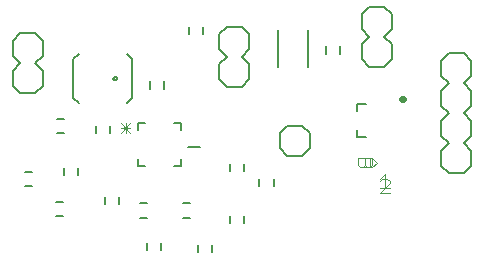
<source format=gto>
G75*
%MOIN*%
%OFA0B0*%
%FSLAX25Y25*%
%IPPOS*%
%LPD*%
%AMOC8*
5,1,8,0,0,1.08239X$1,22.5*
%
%ADD10C,0.00800*%
%ADD11C,0.00600*%
%ADD12C,0.02200*%
%ADD13C,0.00300*%
%ADD14C,0.00500*%
D10*
X0105304Y0079926D02*
X0107804Y0077426D01*
X0112804Y0077426D01*
X0115304Y0079926D01*
X0115304Y0084926D01*
X0112804Y0087426D01*
X0107804Y0087426D01*
X0105304Y0084926D01*
X0105304Y0079926D01*
X0130934Y0083725D02*
X0134083Y0083725D01*
X0130934Y0083725D02*
X0130934Y0086087D01*
X0130934Y0092386D02*
X0130934Y0094748D01*
X0134083Y0094748D01*
X0135127Y0107111D02*
X0132627Y0109611D01*
X0132627Y0114611D01*
X0135127Y0117111D01*
X0132627Y0119611D01*
X0132627Y0124611D01*
X0135127Y0127111D01*
X0140127Y0127111D01*
X0142627Y0124611D01*
X0142627Y0119611D01*
X0140127Y0117111D01*
X0142627Y0114611D01*
X0142627Y0109611D01*
X0140127Y0107111D01*
X0135127Y0107111D01*
X0114871Y0106914D02*
X0114871Y0119512D01*
X0104635Y0119512D02*
X0104635Y0106914D01*
X0095146Y0107957D02*
X0095146Y0102957D01*
X0092646Y0100457D01*
X0087646Y0100457D01*
X0085146Y0102957D01*
X0085146Y0107957D01*
X0087646Y0110457D01*
X0085146Y0112957D01*
X0085146Y0117957D01*
X0087646Y0120457D01*
X0092646Y0120457D01*
X0095146Y0117957D01*
X0095146Y0112957D01*
X0092646Y0110457D01*
X0095146Y0107957D01*
X0159162Y0109099D02*
X0159162Y0104099D01*
X0161662Y0101599D01*
X0159162Y0099099D01*
X0159162Y0094099D01*
X0161662Y0091599D01*
X0159162Y0089099D01*
X0159162Y0084099D01*
X0161662Y0081599D01*
X0159162Y0079099D01*
X0159162Y0074099D01*
X0161662Y0071599D01*
X0166662Y0071599D01*
X0169162Y0074099D01*
X0169162Y0079099D01*
X0166662Y0081599D01*
X0169162Y0084099D01*
X0169162Y0089099D01*
X0166662Y0091599D01*
X0169162Y0094099D01*
X0169162Y0099099D01*
X0166662Y0101599D01*
X0169162Y0104099D01*
X0169162Y0109099D01*
X0166662Y0111599D01*
X0161662Y0111599D01*
X0159162Y0109099D01*
X0026304Y0110744D02*
X0023804Y0108244D01*
X0026304Y0105744D01*
X0026304Y0100744D01*
X0023804Y0098244D01*
X0018804Y0098244D01*
X0016304Y0100744D01*
X0016304Y0105744D01*
X0018804Y0108244D01*
X0016304Y0110744D01*
X0016304Y0115744D01*
X0018804Y0118244D01*
X0023804Y0118244D01*
X0026304Y0115744D01*
X0026304Y0110744D01*
D11*
X0060942Y0048394D02*
X0060942Y0046032D01*
X0065666Y0046032D02*
X0065666Y0048394D01*
X0061091Y0056851D02*
X0058729Y0056851D01*
X0058729Y0061575D02*
X0061091Y0061575D01*
X0051847Y0061370D02*
X0051847Y0063733D01*
X0047123Y0063733D02*
X0047123Y0061370D01*
X0037997Y0071032D02*
X0037997Y0073394D01*
X0033272Y0073394D02*
X0033272Y0071032D01*
X0022603Y0071937D02*
X0020241Y0071937D01*
X0020241Y0067213D02*
X0022603Y0067213D01*
X0030847Y0061969D02*
X0033209Y0061969D01*
X0033209Y0057244D02*
X0030847Y0057244D01*
X0058204Y0074144D02*
X0058204Y0076344D01*
X0058204Y0074144D02*
X0060404Y0074144D01*
X0070204Y0074144D02*
X0072404Y0074144D01*
X0072404Y0076344D01*
X0074804Y0080244D02*
X0078804Y0080244D01*
X0072404Y0086144D02*
X0072404Y0088344D01*
X0070204Y0088344D01*
X0060404Y0088344D02*
X0058204Y0088344D01*
X0058204Y0086144D01*
X0048666Y0085063D02*
X0048666Y0087426D01*
X0043942Y0087426D02*
X0043942Y0085063D01*
X0033485Y0084882D02*
X0031123Y0084882D01*
X0031123Y0089607D02*
X0033485Y0089607D01*
X0061942Y0099851D02*
X0061942Y0102213D01*
X0066666Y0102213D02*
X0066666Y0099851D01*
X0074934Y0117882D02*
X0074934Y0120244D01*
X0079658Y0120244D02*
X0079658Y0117882D01*
X0120737Y0113882D02*
X0120737Y0111520D01*
X0125461Y0111520D02*
X0125461Y0113882D01*
X0093454Y0074851D02*
X0093454Y0072489D01*
X0088729Y0072489D02*
X0088729Y0074851D01*
X0098517Y0069638D02*
X0098517Y0067276D01*
X0103241Y0067276D02*
X0103241Y0069638D01*
X0093454Y0057457D02*
X0093454Y0055095D01*
X0088729Y0055095D02*
X0088729Y0057457D01*
X0082666Y0047756D02*
X0082666Y0045394D01*
X0077942Y0045394D02*
X0077942Y0047756D01*
X0075304Y0056851D02*
X0072942Y0056851D01*
X0072942Y0061575D02*
X0075304Y0061575D01*
D12*
X0146168Y0096402D02*
X0146408Y0096402D01*
D13*
X0136103Y0076702D02*
X0132967Y0076702D01*
X0133719Y0076702D02*
X0133719Y0074350D01*
X0132935Y0073566D01*
X0132151Y0073566D01*
X0131367Y0074350D01*
X0131367Y0076702D01*
X0136071Y0076702D01*
X0136071Y0074350D01*
X0135287Y0073566D01*
X0134503Y0073566D01*
X0133719Y0074350D01*
X0132967Y0073566D02*
X0136103Y0073566D01*
X0137671Y0075134D01*
X0136103Y0076702D01*
X0135319Y0076702D02*
X0135319Y0073566D01*
X0138767Y0069838D02*
X0140335Y0071406D01*
X0140335Y0066702D01*
X0138767Y0066702D02*
X0141903Y0066702D01*
X0141903Y0068238D02*
X0141903Y0069022D01*
X0141119Y0069806D01*
X0139551Y0069806D01*
X0138767Y0069022D01*
X0141903Y0068238D02*
X0138767Y0065102D01*
X0141903Y0065102D01*
X0055490Y0085078D02*
X0052354Y0088214D01*
X0052354Y0086646D02*
X0055490Y0086646D01*
X0055490Y0088214D02*
X0052354Y0085078D01*
X0053922Y0085078D02*
X0053922Y0088214D01*
D14*
X0054375Y0094977D02*
X0056146Y0096748D01*
X0056146Y0109740D01*
X0054375Y0111512D01*
X0049847Y0103244D02*
X0049849Y0103292D01*
X0049855Y0103340D01*
X0049865Y0103387D01*
X0049878Y0103433D01*
X0049896Y0103478D01*
X0049916Y0103522D01*
X0049941Y0103564D01*
X0049969Y0103603D01*
X0049999Y0103640D01*
X0050033Y0103674D01*
X0050070Y0103706D01*
X0050108Y0103735D01*
X0050149Y0103760D01*
X0050192Y0103782D01*
X0050237Y0103800D01*
X0050283Y0103814D01*
X0050330Y0103825D01*
X0050378Y0103832D01*
X0050426Y0103835D01*
X0050474Y0103834D01*
X0050522Y0103829D01*
X0050570Y0103820D01*
X0050616Y0103808D01*
X0050661Y0103791D01*
X0050705Y0103771D01*
X0050747Y0103748D01*
X0050787Y0103721D01*
X0050825Y0103691D01*
X0050860Y0103658D01*
X0050892Y0103622D01*
X0050922Y0103584D01*
X0050948Y0103543D01*
X0050970Y0103500D01*
X0050990Y0103456D01*
X0051005Y0103411D01*
X0051017Y0103364D01*
X0051025Y0103316D01*
X0051029Y0103268D01*
X0051029Y0103220D01*
X0051025Y0103172D01*
X0051017Y0103124D01*
X0051005Y0103077D01*
X0050990Y0103032D01*
X0050970Y0102988D01*
X0050948Y0102945D01*
X0050922Y0102904D01*
X0050892Y0102866D01*
X0050860Y0102830D01*
X0050825Y0102797D01*
X0050787Y0102767D01*
X0050747Y0102740D01*
X0050705Y0102717D01*
X0050661Y0102697D01*
X0050616Y0102680D01*
X0050570Y0102668D01*
X0050522Y0102659D01*
X0050474Y0102654D01*
X0050426Y0102653D01*
X0050378Y0102656D01*
X0050330Y0102663D01*
X0050283Y0102674D01*
X0050237Y0102688D01*
X0050192Y0102706D01*
X0050149Y0102728D01*
X0050108Y0102753D01*
X0050070Y0102782D01*
X0050033Y0102814D01*
X0049999Y0102848D01*
X0049969Y0102885D01*
X0049941Y0102924D01*
X0049916Y0102966D01*
X0049896Y0103010D01*
X0049878Y0103055D01*
X0049865Y0103101D01*
X0049855Y0103148D01*
X0049849Y0103196D01*
X0049847Y0103244D01*
X0038233Y0094977D02*
X0036461Y0096748D01*
X0036461Y0109740D01*
X0038233Y0111512D01*
M02*

</source>
